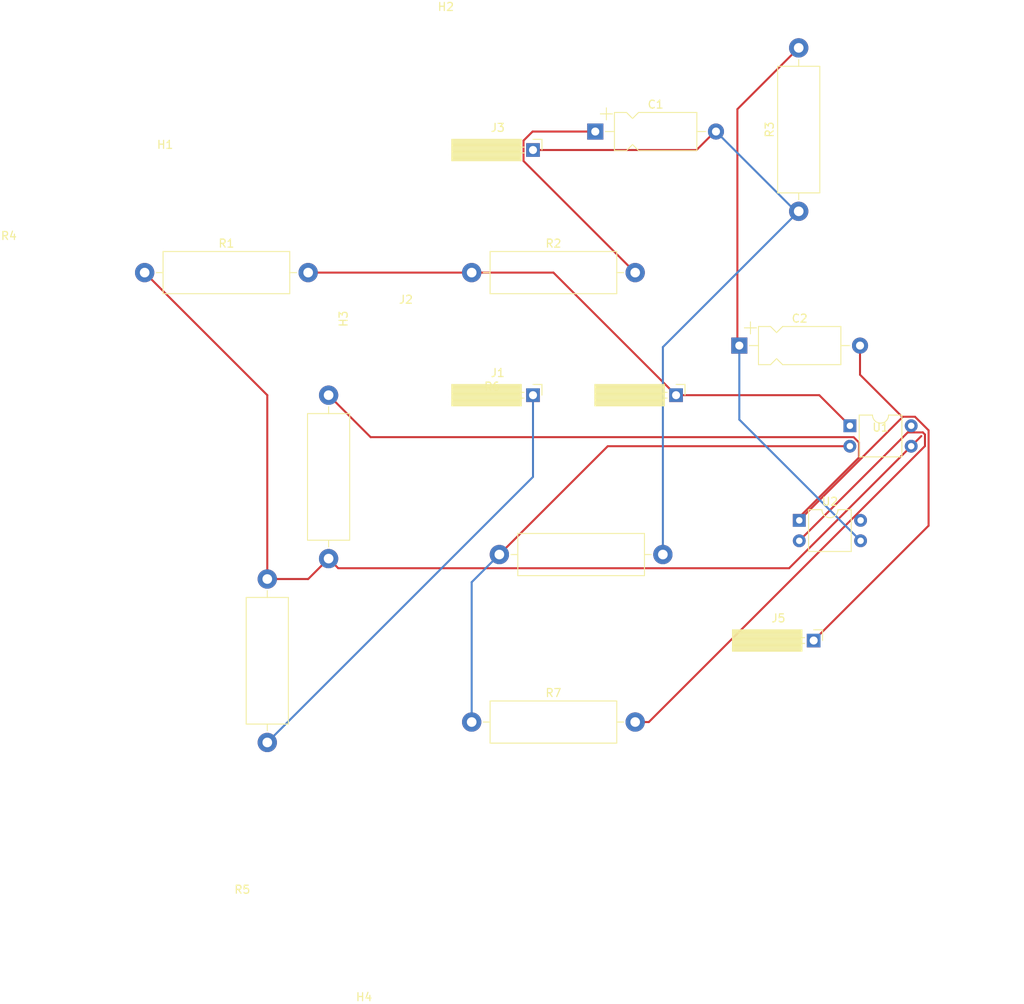
<source format=kicad_pcb>
(kicad_pcb (version 20221018) (generator pcbnew)
  (layers (0 "F.Cu" signal) (31 "B.Cu" signal) (34 "B.Paste" user) (35 "F.Paste" user) (36 "B.SilkS" user "B.Silkscreen") (37 "F.SilkS" user "F.Silkscreen") (38 "B.Mask" user) (39 "F.Mask" user) (44 "Edge.Cuts" user))
  (net 0 "")
  (net 1 "Net-(U1B-+)")
  (net 2 "Net-(J3-Pin_1)")
  (net 3 "Net-(U2A-+)")
  (net 4 "Net-(J5-Pin_1)")
  (net 5 "Net-(J1-Pin_1)")
  (net 6 "Net-(J2-Pin_1)")
  (net 7 "Net-(U1A-+)")
  (net 8 "Net-(U1A--)")
  (net 9 "GND")
  (footprint "MountingHole:MountingHole_2.1mm" (layer "F.Cu") (at 48.26 104.14)
    (fp_text reference "H3" (at 32.325 -45.05 90) (layer "F.SilkS"))
    (fp_text value "MountingHole")
    (pad "" np_thru_hole circle (at 0 0) (size 2.1 2.1) (drill 2.1) (layers "*.Cu" "*.Mask"))
  )
  (footprint "MountingHole:MountingHole_2.1mm" (layer "F.Cu") (at 58.42 40.64)
    (fp_text reference "H1" (at 0 -3.2) (layer "F.SilkS"))
    (fp_text value "MountingHole")
    (pad "" np_thru_hole circle (at 0 0) (size 2.1 2.1) (drill 2.1) (layers "*.Cu" "*.Mask"))
  )
  (footprint "MountingHole:MountingHole_2.1mm" (layer "F.Cu") (at 160.02 109.22)
    (fp_text reference "H4" (at -76.87 34.195) (layer "F.SilkS"))
    (fp_text value "MountingHole")
    (pad "" np_thru_hole circle (at 0 0) (size 2.1 2.1) (drill 2.1) (layers "*.Cu" "*.Mask"))
  )
  (footprint "Resistor_THT:R_Axial_DIN0516_L15.5mm_D5.0mm_P20.32mm_Horizontal" (layer "F.Cu") (at 78.74 88.9 90)
    (fp_text reference "R4" (at 40.13 -39.735) (layer "F.SilkS"))
    (fp_text value "R")
    (fp_line (start 1.44 0) (end 2.29 0) (stroke (width 0.12)) (layer "F.SilkS"))
    (fp_line (start 2.29 -2.62) (end 2.29 2.62) (stroke (width 0.12)) (layer "F.SilkS"))
    (fp_line (start 2.29 2.62) (end 18.03 2.62) (stroke (width 0.12)) (layer "F.SilkS"))
    (fp_line (start 18.03 -2.62) (end 2.29 -2.62) (stroke (width 0.12)) (layer "F.SilkS"))
    (fp_line (start 18.03 2.62) (end 18.03 -2.62) (stroke (width 0.12)) (layer "F.SilkS"))
    (fp_line (start 18.88 0) (end 18.03 0) (stroke (width 0.12)) (layer "F.SilkS"))
    (pad "1" thru_hole circle (at 0 0 90) (size 2.4 2.4) (drill 1.2) (layers "*.Cu" "*.Mask") (net 7 "Net-(U1A-+)"))
    (pad "2" thru_hole oval (at 20.32 0 90) (size 2.4 2.4) (drill 1.2) (layers "*.Cu" "*.Mask") (net 4 "Net-(J5-Pin_1)"))
  )
  (footprint "Resistor_THT:R_Axial_DIN0516_L15.5mm_D5.0mm_P20.32mm_Horizontal" (layer "F.Cu") (at 55.88 53.34)
    (fp_text reference "R1" (at 10.16 -3.62) (layer "F.SilkS"))
    (fp_text value "R")
    (fp_line (start 1.44 0) (end 2.29 0) (stroke (width 0.12)) (layer "F.SilkS"))
    (fp_line (start 2.29 -2.62) (end 2.29 2.62) (stroke (width 0.12)) (layer "F.SilkS"))
    (fp_line (start 2.29 2.62) (end 18.03 2.62) (stroke (width 0.12)) (layer "F.SilkS"))
    (fp_line (start 18.03 -2.62) (end 2.29 -2.62) (stroke (width 0.12)) (layer "F.SilkS"))
    (fp_line (start 18.03 2.62) (end 18.03 -2.62) (stroke (width 0.12)) (layer "F.SilkS"))
    (fp_line (start 18.88 0) (end 18.03 0) (stroke (width 0.12)) (layer "F.SilkS"))
    (pad "1" thru_hole circle (at 0 0) (size 2.4 2.4) (drill 1.2) (layers "*.Cu" "*.Mask") (net 7 "Net-(U1A-+)"))
    (pad "2" thru_hole oval (at 20.32 0) (size 2.4 2.4) (drill 1.2) (layers "*.Cu" "*.Mask") (net 6 "Net-(J2-Pin_1)"))
  )
  (footprint "Resistor_THT:R_Axial_DIN0516_L15.5mm_D5.0mm_P20.32mm_Horizontal" (layer "F.Cu") (at 99.96 88.395)
    (fp_text reference "R6" (at -0.9 -20.895) (layer "F.SilkS"))
    (fp_text value "R")
    (fp_line (start 1.44 0) (end 2.29 0) (stroke (width 0.12)) (layer "F.SilkS"))
    (fp_line (start 2.29 -2.62) (end 2.29 2.62) (stroke (width 0.12)) (layer "F.SilkS"))
    (fp_line (start 2.29 2.62) (end 18.03 2.62) (stroke (width 0.12)) (layer "F.SilkS"))
    (fp_line (start 18.03 -2.62) (end 2.29 -2.62) (stroke (width 0.12)) (layer "F.SilkS"))
    (fp_line (start 18.03 2.62) (end 18.03 -2.62) (stroke (width 0.12)) (layer "F.SilkS"))
    (fp_line (start 18.88 0) (end 18.03 0) (stroke (width 0.12)) (layer "F.SilkS"))
    (pad "1" thru_hole circle (at 0 0) (size 2.4 2.4) (drill 1.2) (layers "*.Cu" "*.Mask") (net 8 "Net-(U1A--)"))
    (pad "2" thru_hole oval (at 20.32 0) (size 2.4 2.4) (drill 1.2) (layers "*.Cu" "*.Mask") (net 2 "Net-(J3-Pin_1)"))
  )
  (footprint "Package_DIP:DIP-4_W7.62mm" (layer "F.Cu") (at 137.23 84.145)
    (fp_text reference "U2" (at 3.81 -2.33) (layer "F.SilkS"))
    (fp_text value "LM2904")
    (fp_line (start 1.16 -1.33) (end 1.16 3.87) (stroke (width 0.12)) (layer "F.SilkS"))
    (fp_line (start 1.16 3.87) (end 6.46 3.87) (stroke (width 0.12)) (layer "F.SilkS"))
    (fp_line (start 2.81 -1.33) (end 1.16 -1.33) (stroke (width 0.12)) (layer "F.SilkS"))
    (fp_line (start 6.46 -1.33) (end 4.81 -1.33) (stroke (width 0.12)) (layer "F.SilkS"))
    (fp_line (start 6.46 3.87) (end 6.46 -1.33) (stroke (width 0.12)) (layer "F.SilkS"))
    (fp_arc (start 4.81 -1.33) (mid 3.81 -0.33) (end 2.81 -1.33) (stroke (width 0.12)) (layer "F.SilkS"))
    (pad "1" thru_hole rect (at 0 0) (size 1.6 1.6) (drill 0.8) (layers "*.Cu" "*.Mask") (net 4 "Net-(J5-Pin_1)"))
    (pad "2" thru_hole oval (at 0 2.54) (size 1.6 1.6) (drill 0.8) (layers "*.Cu" "*.Mask") (net 9 "GND"))
    (pad "3" thru_hole oval (at 7.62 2.54) (size 1.6 1.6) (drill 0.8) (layers "*.Cu" "*.Mask") (net 3 "Net-(U2A-+)"))
    (pad "4" thru_hole oval (at 7.62 0) (size 1.6 1.6) (drill 0.8) (layers "*.Cu" "*.Mask") (net 9 "GND"))
  )
  (footprint "Connector_PinSocket_2.54mm:PinSocket_1x01_P2.54mm_Horizontal" (layer "F.Cu") (at 104.14 38.1)
    (fp_text reference "J3" (at -4.38 -2.77) (layer "F.SilkS"))
    (fp_text value "Conn_01x01_Socket")
    (fp_line (start -10.09 -1.33) (end -10.09 1.33) (stroke (width 0.12)) (layer "F.SilkS"))
    (fp_line (start -10.09 -1.33) (end -1.46 -1.33) (stroke (width 0.12)) (layer "F.SilkS"))
    (fp_line (start -10.09 -1.21) (end -1.46 -1.21) (stroke (width 0.12)) (layer "F.SilkS"))
    (fp_line (start -10.09 -1.094545) (end -1.46 -1.094545) (stroke (width 0.12)) (layer "F.SilkS"))
    (fp_line (start -10.09 -0.97909) (end -1.46 -0.97909) (stroke (width 0.12)) (layer "F.SilkS"))
    (fp_line (start -10.09 -0.863635) (end -1.46 -0.863635) (stroke (width 0.12)) (layer "F.SilkS"))
    (fp_line (start -10.09 -0.74818) (end -1.46 -0.74818) (stroke (width 0.12)) (layer "F.SilkS"))
    (fp_line (start -10.09 -0.632725) (end -1.46 -0.632725) (stroke (width 0.12)) (layer "F.SilkS"))
    (fp_line (start -10.09 -0.51727) (end -1.46 -0.51727) (stroke (width 0.12)) (layer "F.SilkS"))
    (fp_line (start -10.09 -0.401815) (end -1.46 -0.401815) (stroke (width 0.12)) (layer "F.SilkS"))
    (fp_line (start -10.09 -0.28636) (end -1.46 -0.28636) (stroke (width 0.12)) (layer "F.SilkS"))
    (fp_line (start -10.09 -0.170905) (end -1.46 -0.170905) (stroke (width 0.12)) (layer "F.SilkS"))
    (fp_line (start -10.09 -0.05545) (end -1.46 -0.05545) (stroke (width 0.12)) (layer "F.SilkS"))
    (fp_line (start -10.09 0.060005) (end -1.46 0.060005) (stroke (width 0.12)) (layer "F.SilkS"))
    (fp_line (start -10.09 0.17546) (end -1.46 0.17546) (stroke (width 0.12)) (layer "F.SilkS"))
    (fp_line (start -10.09 0.290915) (end -1.46 0.290915) (stroke (width 0.12)) (layer "F.SilkS"))
    (fp_line (start -10.09 0.40637) (end -1.46 0.40637) (stroke (width 0.12)) (layer "F.SilkS"))
    (fp_line (start -10.09 0.521825) (end -1.46 0.521825) (stroke (width 0.12)) (layer "F.SilkS"))
    (fp_line (start -10.09 0.63728) (end -1.46 0.63728) (stroke (width 0.12)) (layer "F.SilkS"))
    (fp_line (start -10.09 0.752735) (end -1.46 0.752735) (stroke (width 0.12)) (layer "F.SilkS"))
    (fp_line (start -10.09 0.86819) (end -1.46 0.86819) (stroke (width 0.12)) (layer "F.SilkS"))
    (fp_line (start -10.09 0.983645) (end -1.46 0.983645) (stroke (width 0.12)) (layer "F.SilkS"))
    (fp_line (start -10.09 1.0991) (end -1.46 1.0991) (stroke (width 0.12)) (layer "F.SilkS"))
    (fp_line (start -10.09 1.214555) (end -1.46 1.214555) (stroke (width 0.12)) (layer "F.SilkS"))
    (fp_line (start -10.09 1.33) (end -1.46 1.33) (stroke (width 0.12)) (layer "F.SilkS"))
    (fp_line (start -1.46 -1.33) (end -1.46 1.33) (stroke (width 0.12)) (layer "F.SilkS"))
    (fp_line (start -1.46 -0.36) (end -1.11 -0.36) (stroke (width 0.12)) (layer "F.SilkS"))
    (fp_line (start -1.46 0.36) (end -1.11 0.36) (stroke (width 0.12)) (layer "F.SilkS"))
    (fp_line (start 0 -1.33) (end 1.11 -1.33) (stroke (width 0.12)) (layer "F.SilkS"))
    (fp_line (start 1.11 -1.33) (end 1.11 0) (stroke (width 0.12)) (layer "F.SilkS"))
    (pad "1" thru_hole rect (at 0 0) (size 1.7 1.7) (drill 1) (layers "*.Cu" "*.Mask") (net 2 "Net-(J3-Pin_1)"))
  )
  (footprint "Connector_PinSocket_2.54mm:PinSocket_1x01_P2.54mm_Horizontal" (layer "F.Cu") (at 121.92 68.58)
    (fp_text reference "J2" (at -33.57 -11.885) (layer "F.SilkS"))
    (fp_text value "Conn_01x01_Socket")
    (fp_line (start -10.09 -1.33) (end -10.09 1.33) (stroke (width 0.12)) (layer "F.SilkS"))
    (fp_line (start -10.09 -1.33) (end -1.46 -1.33) (stroke (width 0.12)) (layer "F.SilkS"))
    (fp_line (start -10.09 -1.21) (end -1.46 -1.21) (stroke (width 0.12)) (layer "F.SilkS"))
    (fp_line (start -10.09 -1.094545) (end -1.46 -1.094545) (stroke (width 0.12)) (layer "F.SilkS"))
    (fp_line (start -10.09 -0.97909) (end -1.46 -0.97909) (stroke (width 0.12)) (layer "F.SilkS"))
    (fp_line (start -10.09 -0.863635) (end -1.46 -0.863635) (stroke (width 0.12)) (layer "F.SilkS"))
    (fp_line (start -10.09 -0.74818) (end -1.46 -0.74818) (stroke (width 0.12)) (layer "F.SilkS"))
    (fp_line (start -10.09 -0.632725) (end -1.46 -0.632725) (stroke (width 0.12)) (layer "F.SilkS"))
    (fp_line (start -10.09 -0.51727) (end -1.46 -0.51727) (stroke (width 0.12)) (layer "F.SilkS"))
    (fp_line (start -10.09 -0.401815) (end -1.46 -0.401815) (stroke (width 0.12)) (layer "F.SilkS"))
    (fp_line (start -10.09 -0.28636) (end -1.46 -0.28636) (stroke (width 0.12)) (layer "F.SilkS"))
    (fp_line (start -10.09 -0.170905) (end -1.46 -0.170905) (stroke (width 0.12)) (layer "F.SilkS"))
    (fp_line (start -10.09 -0.05545) (end -1.46 -0.05545) (stroke (width 0.12)) (layer "F.SilkS"))
    (fp_line (start -10.09 0.060005) (end -1.46 0.060005) (stroke (width 0.12)) (layer "F.SilkS"))
    (fp_line (start -10.09 0.17546) (end -1.46 0.17546) (stroke (width 0.12)) (layer "F.SilkS"))
    (fp_line (start -10.09 0.290915) (end -1.46 0.290915) (stroke (width 0.12)) (layer "F.SilkS"))
    (fp_line (start -10.09 0.40637) (end -1.46 0.40637) (stroke (width 0.12)) (layer "F.SilkS"))
    (fp_line (start -10.09 0.521825) (end -1.46 0.521825) (stroke (width 0.12)) (layer "F.SilkS"))
    (fp_line (start -10.09 0.63728) (end -1.46 0.63728) (stroke (width 0.12)) (layer "F.SilkS"))
    (fp_line (start -10.09 0.752735) (end -1.46 0.752735) (stroke (width 0.12)) (layer "F.SilkS"))
    (fp_line (start -10.09 0.86819) (end -1.46 0.86819) (stroke (width 0.12)) (layer "F.SilkS"))
    (fp_line (start -10.09 0.983645) (end -1.46 0.983645) (stroke (width 0.12)) (layer "F.SilkS"))
    (fp_line (start -10.09 1.0991) (end -1.46 1.0991) (stroke (width 0.12)) (layer "F.SilkS"))
    (fp_line (start -10.09 1.214555) (end -1.46 1.214555) (stroke (width 0.12)) (layer "F.SilkS"))
    (fp_line (start -10.09 1.33) (end -1.46 1.33) (stroke (width 0.12)) (layer "F.SilkS"))
    (fp_line (start -1.46 -1.33) (end -1.46 1.33) (stroke (width 0.12)) (layer "F.SilkS"))
    (fp_line (start -1.46 -0.36) (end -1.11 -0.36) (stroke (width 0.12)) (layer "F.SilkS"))
    (fp_line (start -1.46 0.36) (end -1.11 0.36) (stroke (width 0.12)) (layer "F.SilkS"))
    (fp_line (start 0 -1.33) (end 1.11 -1.33) (stroke (width 0.12)) (layer "F.SilkS"))
    (fp_line (start 1.11 -1.33) (end 1.11 0) (stroke (width 0.12)) (layer "F.SilkS"))
    (pad "1" thru_hole rect (at 0 0) (size 1.7 1.7) (drill 1) (layers "*.Cu" "*.Mask") (net 6 "Net-(J2-Pin_1)"))
  )
  (footprint "Resistor_THT:R_Axial_DIN0516_L15.5mm_D5.0mm_P20.32mm_Horizontal" (layer "F.Cu") (at 71.12 111.76 90)
    (fp_text reference "R5" (at -18.29 -3.105) (layer "F.SilkS"))
    (fp_text value "R")
    (fp_line (start 1.44 0) (end 2.29 0) (stroke (width 0.12)) (layer "F.SilkS"))
    (fp_line (start 2.29 -2.62) (end 2.29 2.62) (stroke (width 0.12)) (layer "F.SilkS"))
    (fp_line (start 2.29 2.62) (end 18.03 2.62) (stroke (width 0.12)) (layer "F.SilkS"))
    (fp_line (start 18.03 -2.62) (end 2.29 -2.62) (stroke (width 0.12)) (layer "F.SilkS"))
    (fp_line (start 18.03 2.62) (end 18.03 -2.62) (stroke (width 0.12)) (layer "F.SilkS"))
    (fp_line (start 18.88 0) (end 18.03 0) (stroke (width 0.12)) (layer "F.SilkS"))
    (pad "1" thru_hole circle (at 0 0 90) (size 2.4 2.4) (drill 1.2) (layers "*.Cu" "*.Mask") (net 5 "Net-(J1-Pin_1)"))
    (pad "2" thru_hole oval (at 20.32 0 90) (size 2.4 2.4) (drill 1.2) (layers "*.Cu" "*.Mask") (net 7 "Net-(U1A-+)"))
  )
  (footprint "Capacitor_THT:CP_Axial_L10.0mm_D4.5mm_P15.00mm_Horizontal" (layer "F.Cu") (at 129.78 62.415)
    (fp_text reference "C2" (at 7.5 -3.37) (layer "F.SilkS"))
    (fp_text value "C")
    (fp_line (start 0.63 -2.2) (end 2.13 -2.2) (stroke (width 0.12)) (layer "F.SilkS"))
    (fp_line (start 1.24 0) (end 2.38 0) (stroke (width 0.12)) (layer "F.SilkS"))
    (fp_line (start 1.38 -2.95) (end 1.38 -1.45) (stroke (width 0.12)) (layer "F.SilkS"))
    (fp_line (start 2.38 -2.37) (end 2.38 2.37) (stroke (width 0.12)) (layer "F.SilkS"))
    (fp_line (start 2.38 -2.37) (end 3.88 -2.37) (stroke (width 0.12)) (layer "F.SilkS"))
    (fp_line (start 2.38 2.37) (end 3.88 2.37) (stroke (width 0.12)) (layer "F.SilkS"))
    (fp_line (start 3.88 -2.37) (end 4.63 -1.62) (stroke (width 0.12)) (layer "F.SilkS"))
    (fp_line (start 3.88 2.37) (end 4.63 1.62) (stroke (width 0.12)) (layer "F.SilkS"))
    (fp_line (start 4.63 -1.62) (end 5.38 -2.37) (stroke (width 0.12)) (layer "F.SilkS"))
    (fp_line (start 4.63 1.62) (end 5.38 2.37) (stroke (width 0.12)) (layer "F.SilkS"))
    (fp_line (start 5.38 -2.37) (end 12.62 -2.37) (stroke (width 0.12)) (layer "F.SilkS"))
    (fp_line (start 5.38 2.37) (end 12.62 2.37) (stroke (width 0.12)) (layer "F.SilkS"))
    (fp_line (start 12.62 -2.37) (end 12.62 2.37) (stroke (width 0.12)) (layer "F.SilkS"))
    (fp_line (start 13.76 0) (end 12.62 0) (stroke (width 0.12)) (layer "F.SilkS"))
    (pad "1" thru_hole rect (at 0 0) (size 2 2) (drill 1) (layers "*.Cu" "*.Mask") (net 3 "Net-(U2A-+)"))
    (pad "2" thru_hole oval (at 15 0) (size 2 2) (drill 1) (layers "*.Cu" "*.Mask") (net 4 "Net-(J5-Pin_1)"))
  )
  (footprint "Connector_PinSocket_2.54mm:PinSocket_1x01_P2.54mm_Horizontal" (layer "F.Cu") (at 104.14 68.58)
    (fp_text reference "J1" (at -4.38 -2.77) (layer "F.SilkS"))
    (fp_text value "Conn_01x01_Socket")
    (fp_line (start -10.09 -1.33) (end -10.09 1.33) (stroke (width 0.12)) (layer "F.SilkS"))
    (fp_line (start -10.09 -1.33) (end -1.46 -1.33) (stroke (width 0.12)) (layer "F.SilkS"))
    (fp_line (start -10.09 -1.21) (end -1.46 -1.21) (stroke (width 0.12)) (layer "F.SilkS"))
    (fp_line (start -10.09 -1.094545) (end -1.46 -1.094545) (stroke (width 0.12)) (layer "F.SilkS"))
    (fp_line (start -10.09 -0.97909) (end -1.46 -0.97909) (stroke (width 0.12)) (layer "F.SilkS"))
    (fp_line (start -10.09 -0.863635) (end -1.46 -0.863635) (stroke (width 0.12)) (layer "F.SilkS"))
    (fp_line (start -10.09 -0.74818) (end -1.46 -0.74818) (stroke (width 0.12)) (layer "F.SilkS"))
    (fp_line (start -10.09 -0.632725) (end -1.46 -0.632725) (stroke (width 0.12)) (layer "F.SilkS"))
    (fp_line (start -10.09 -0.51727) (end -1.46 -0.51727) (stroke (width 0.12)) (layer "F.SilkS"))
    (fp_line (start -10.09 -0.401815) (end -1.46 -0.401815) (stroke (width 0.12)) (layer "F.SilkS"))
    (fp_line (start -10.09 -0.28636) (end -1.46 -0.28636) (stroke (width 0.12)) (layer "F.SilkS"))
    (fp_line (start -10.09 -0.170905) (end -1.46 -0.170905) (stroke (width 0.12)) (layer "F.SilkS"))
    (fp_line (start -10.09 -0.05545) (end -1.46 -0.05545) (stroke (width 0.12)) (layer "F.SilkS"))
    (fp_line (start -10.09 0.060005) (end -1.46 0.060005) (stroke (width 0.12)) (layer "F.SilkS"))
    (fp_line (start -10.09 0.17546) (end -1.46 0.17546) (stroke (width 0.12)) (layer "F.SilkS"))
    (fp_line (start -10.09 0.290915) (end -1.46 0.290915) (stroke (width 0.12)) (layer "F.SilkS"))
    (fp_line (start -10.09 0.40637) (end -1.46 0.40637) (stroke (width 0.12)) (layer "F.SilkS"))
    (fp_line (start -10.09 0.521825) (end -1.46 0.521825) (stroke (width 0.12)) (layer "F.SilkS"))
    (fp_line (start -10.09 0.63728) (end -1.46 0.63728) (stroke (width 0.12)) (layer "F.SilkS"))
    (fp_line (start -10.09 0.752735) (end -1.46 0.752735) (stroke (width 0.12)) (layer "F.SilkS"))
    (fp_line (start -10.09 0.86819) (end -1.46 0.86819) (stroke (width 0.12)) (layer "F.SilkS"))
    (fp_line (start -10.09 0.983645) (end -1.46 0.983645) (stroke (width 0.12)) (layer "F.SilkS"))
    (fp_line (start -10.09 1.0991) (end -1.46 1.0991) (stroke (width 0.12)) (layer "F.SilkS"))
    (fp_line (start -10.09 1.214555) (end -1.46 1.214555) (stroke (width 0.12)) (layer "F.SilkS"))
    (fp_line (start -10.09 1.33) (end -1.46 1.33) (stroke (width 0.12)) (layer "F.SilkS"))
    (fp_line (start -1.46 -1.33) (end -1.46 1.33) (stroke (width 0.12)) (layer "F.SilkS"))
    (fp_line (start -1.46 -0.36) (end -1.11 -0.36) (stroke (width 0.12)) (layer "F.SilkS"))
    (fp_line (start -1.46 0.36) (end -1.11 0.36) (stroke (width 0.12)) (layer "F.SilkS"))
    (fp_line (start 0 -1.33) (end 1.11 -1.33) (stroke (width 0.12)) (layer "F.SilkS"))
    (fp_line (start 1.11 -1.33) (end 1.11 0) (stroke (width 0.12)) (layer "F.SilkS"))
    (pad "1" thru_hole rect (at 0 0) (size 1.7 1.7) (drill 1) (layers "*.Cu" "*.Mask") (net 5 "Net-(J1-Pin_1)"))
  )
  (footprint "Resistor_THT:R_Axial_DIN0516_L15.5mm_D5.0mm_P20.32mm_Horizontal" (layer "F.Cu") (at 96.52 53.34)
    (fp_text reference "R2" (at 10.16 -3.62) (layer "F.SilkS"))
    (fp_text value "R")
    (fp_line (start 1.44 0) (end 2.29 0) (stroke (width 0.12)) (layer "F.SilkS"))
    (fp_line (start 2.29 -2.62) (end 2.29 2.62) (stroke (width 0.12)) (layer "F.SilkS"))
    (fp_line (start 2.29 2.62) (end 18.03 2.62) (stroke (width 0.12)) (layer "F.SilkS"))
    (fp_line (start 18.03 -2.62) (end 2.29 -2.62) (stroke (width 0.12)) (layer "F.SilkS"))
    (fp_line (start 18.03 2.62) (end 18.03 -2.62) (stroke (width 0.12)) (layer "F.SilkS"))
    (fp_line (start 18.88 0) (end 18.03 0) (stroke (width 0.12)) (layer "F.SilkS"))
    (pad "1" thru_hole circle (at 0 0) (size 2.4 2.4) (drill 1.2) (layers "*.Cu" "*.Mask") (net 6 "Net-(J2-Pin_1)"))
    (pad "2" thru_hole oval (at 20.32 0) (size 2.4 2.4) (drill 1.2) (layers "*.Cu" "*.Mask") (net 1 "Net-(U1B-+)"))
  )
  (footprint "Capacitor_THT:CP_Axial_L10.0mm_D4.5mm_P15.00mm_Horizontal" (layer "F.Cu") (at 111.88 35.8025)
    (fp_text reference "C1" (at 7.5 -3.37) (layer "F.SilkS"))
    (fp_text value "C")
    (fp_line (start 0.63 -2.2) (end 2.13 -2.2) (stroke (width 0.12)) (layer "F.SilkS"))
    (fp_line (start 1.24 0) (end 2.38 0) (stroke (width 0.12)) (layer "F.SilkS"))
    (fp_line (start 1.38 -2.95) (end 1.38 -1.45) (stroke (width 0.12)) (layer "F.SilkS"))
    (fp_line (start 2.38 -2.37) (end 2.38 2.37) (stroke (width 0.12)) (layer "F.SilkS"))
    (fp_line (start 2.38 -2.37) (end 3.88 -2.37) (stroke (width 0.12)) (layer "F.SilkS"))
    (fp_line (start 2.38 2.37) (end 3.88 2.37) (stroke (width 0.12)) (layer "F.SilkS"))
    (fp_line (start 3.88 -2.37) (end 4.63 -1.62) (stroke (width 0.12)) (layer "F.SilkS"))
    (fp_line (start 3.88 2.37) (end 4.63 1.62) (stroke (width 0.12)) (layer "F.SilkS"))
    (fp_line (start 4.63 -1.62) (end 5.38 -2.37) (stroke (width 0.12)) (layer "F.SilkS"))
    (fp_line (start 4.63 1.62) (end 5.38 2.37) (stroke (width 0.12)) (layer "F.SilkS"))
    (fp_line (start 5.38 -2.37) (end 12.62 -2.37) (stroke (width 0.12)) (layer "F.SilkS"))
    (fp_line (start 5.38 2.37) (end 12.62 2.37) (stroke (width 0.12)) (layer "F.SilkS"))
    (fp_line (start 12.62 -2.37) (end 12.62 2.37) (stroke (width 0.12)) (layer "F.SilkS"))
    (fp_line (start 13.76 0) (end 12.62 0) (stroke (width 0.12)) (layer "F.SilkS"))
    (pad "1" thru_hole rect (at 0 0) (size 2 2) (drill 1) (layers "*.Cu" "*.Mask") (net 1 "Net-(U1B-+)"))
    (pad "2" thru_hole oval (at 15 0) (size 2 2) (drill 1) (layers "*.Cu" "*.Mask") (net 2 "Net-(J3-Pin_1)"))
  )
  (footprint "Connector_PinSocket_2.54mm:PinSocket_1x01_P2.54mm_Horizontal" (layer "F.Cu") (at 139.02 99.085)
    (fp_text reference "J5" (at -4.38 -2.77) (layer "F.SilkS"))
    (fp_text value "Conn_01x01_Socket")
    (fp_line (start -10.09 -1.33) (end -10.09 1.33) (stroke (width 0.12)) (layer "F.SilkS"))
    (fp_line (start -10.09 -1.33) (end -1.46 -1.33) (stroke (width 0.12)) (layer "F.SilkS"))
    (fp_line (start -10.09 -1.21) (end -1.46 -1.21) (stroke (width 0.12)) (layer "F.SilkS"))
    (fp_line (start -10.09 -1.094545) (end -1.46 -1.094545) (stroke (width 0.12)) (layer "F.SilkS"))
    (fp_line (start -10.09 -0.97909) (end -1.46 -0.97909) (stroke (width 0.12)) (layer "F.SilkS"))
    (fp_line (start -10.09 -0.863635) (end -1.46 -0.863635) (stroke (width 0.12)) (layer "F.SilkS"))
    (fp_line (start -10.09 -0.74818) (end -1.46 -0.74818) (stroke (width 0.12)) (layer "F.SilkS"))
    (fp_line (start -10.09 -0.632725) (end -1.46 -0.632725) (stroke (width 0.12)) (layer "F.SilkS"))
    (fp_line (start -10.09 -0.51727) (end -1.46 -0.51727) (stroke (width 0.12)) (layer "F.SilkS"))
    (fp_line (start -10.09 -0.401815) (end -1.46 -0.401815) (stroke (width 0.12)) (layer "F.SilkS"))
    (fp_line (start -10.09 -0.28636) (end -1.46 -0.28636) (stroke (width 0.12)) (layer "F.SilkS"))
    (fp_line (start -10.09 -0.170905) (end -1.46 -0.170905) (stroke (width 0.12)) (layer "F.SilkS"))
    (fp_line (start -10.09 -0.05545) (end -1.46 -0.05545) (stroke (width 0.12)) (layer "F.SilkS"))
    (fp_line (start -10.09 0.060005) (end -1.46 0.060005) (stroke (width 0.12)) (layer "F.SilkS"))
    (fp_line (start -10.09 0.17546) (end -1.46 0.17546) (stroke (width 0.12)) (layer "F.SilkS"))
    (fp_line (start -10.09 0.290915) (end -1.46 0.290915) (stroke (width 0.12)) (layer "F.SilkS"))
    (fp_line (start -10.09 0.40637) (end -1.46 0.40637) (stroke (width 0.12)) (layer "F.SilkS"))
    (fp_line (start -10.09 0.521825) (end -1.46 0.521825) (stroke (width 0.12)) (layer "F.SilkS"))
    (fp_line (start -10.09 0.63728) (end -1.46 0.63728) (stroke (width 0.12)) (layer "F.SilkS"))
    (fp_line (start -10.09 0.752735) (end -1.46 0.752735) (stroke (width 0.12)) (layer "F.SilkS"))
    (fp_line (start -10.09 0.86819) (end -1.46 0.86819) (stroke (width 0.12)) (layer "F.SilkS"))
    (fp_line (start -10.09 0.983645) (end -1.46 0.983645) (stroke (width 0.12)) (layer "F.SilkS"))
    (fp_line (start -10.09 1.0991) (end -1.46 1.0991) (stroke (width 0.12)) (layer "F.SilkS"))
    (fp_line (start -10.09 1.214555) (end -1.46 1.214555) (stroke (width 0.12)) (layer "F.SilkS"))
    (fp_line (start -10.09 1.33) (end -1.46 1.33) (stroke (width 0.12)) (layer "F.SilkS"))
    (fp_line (start -1.46 -1.33) (end -1.46 1.33) (stroke (width 0.12)) (layer "F.SilkS"))
    (fp_line (start -1.46 -0.36) (end -1.11 -0.36) (stroke (width 0.12)) (layer "F.SilkS"))
    (fp_line (start -1.46 0.36) (end -1.11 0.36) (stroke (width 0.12)) (layer "F.SilkS"))
    (fp_line (start 0 -1.33) (end 1.11 -1.33) (stroke (width 0.12)) (layer "F.SilkS"))
    (fp_line (start 1.11 -1.33) (end 1.11 0) (stroke (width 0.12)) (layer "F.SilkS"))
    (pad "1" thru_hole rect (at 0 0) (size 1.7 1.7) (drill 1) (layers "*.Cu" "*.Mask") (net 4 "Net-(J5-Pin_1)"))
  )
  (footprint "Resistor_THT:R_Axial_DIN0516_L15.5mm_D5.0mm_P20.32mm_Horizontal" (layer "F.Cu") (at 96.52 109.22)
    (fp_text reference "R7" (at 10.16 -3.62) (layer "F.SilkS"))
    (fp_text value "R")
    (fp_line (start 1.44 0) (end 2.29 0) (stroke (width 0.12)) (layer "F.SilkS"))
    (fp_line (start 2.29 -2.62) (end 2.29 2.62) (stroke (width 0.12)) (layer "F.SilkS"))
    (fp_line (start 2.29 2.62) (end 18.03 2.62) (stroke (width 0.12)) (layer "F.SilkS"))
    (fp_line (start 18.03 -2.62) (end 2.29 -2.62) (stroke (width 0.12)) (layer "F.SilkS"))
    (fp_line (start 18.03 2.62) (end 18.03 -2.62) (stroke (width 0.12)) (layer "F.SilkS"))
    (fp_line (start 18.88 0) (end 18.03 0) (stroke (width 0.12)) (layer "F.SilkS"))
    (pad "1" thru_hole circle (at 0 0) (size 2.4 2.4) (drill 1.2) (layers "*.Cu" "*.Mask") (net 8 "Net-(U1A--)"))
    (pad "2" thru_hole oval (at 20.32 0) (size 2.4 2.4) (drill 1.2) (layers "*.Cu" "*.Mask") (net 9 "GND"))
  )
  (footprint "Resistor_THT:R_Axial_DIN0516_L15.5mm_D5.0mm_P20.32mm_Horizontal" (layer "F.Cu") (at 137.16 45.72 90)
    (fp_text reference "R3" (at 10.16 -3.62 90) (layer "F.SilkS"))
    (fp_text value "R")
    (fp_line (start 1.44 0) (end 2.29 0) (stroke (width 0.12)) (layer "F.SilkS"))
    (fp_line (start 2.29 -2.62) (end 2.29 2.62) (stroke (width 0.12)) (layer "F.SilkS"))
    (fp_line (start 2.29 2.62) (end 18.03 2.62) (stroke (width 0.12)) (layer "F.SilkS"))
    (fp_line (start 18.03 -2.62) (end 2.29 -2.62) (stroke (width 0.12)) (layer "F.SilkS"))
    (fp_line (start 18.03 2.62) (end 18.03 -2.62) (stroke (width 0.12)) (layer "F.SilkS"))
    (fp_line (start 18.88 0) (end 18.03 0) (stroke (width 0.12)) (layer "F.SilkS"))
    (pad "1" thru_hole circle (at 0 0 90) (size 2.4 2.4) (drill 1.2) (layers "*.Cu" "*.Mask") (net 2 "Net-(J3-Pin_1)"))
    (pad "2" thru_hole oval (at 20.32 0 90) (size 2.4 2.4) (drill 1.2) (layers "*.Cu" "*.Mask") (net 3 "Net-(U2A-+)"))
  )
  (footprint "MountingHole:MountingHole_2.1mm" (layer "F.Cu") (at 160.02 38.1)
    (fp_text reference "H2" (at -66.71 -17.805) (layer "F.SilkS"))
    (fp_text value "MountingHole")
    (pad "" np_thru_hole circle (at 0 0) (size 2.1 2.1) (drill 2.1) (layers "*.Cu" "*.Mask"))
  )
  (footprint "Package_DIP:DIP-4_W7.62mm" (layer "F.Cu") (at 143.52 72.385)
    (fp_text reference "U1" (at 3.81 0.21) (layer "F.SilkS"))
    (fp_text value "LM2904")
    (fp_line (start 1.16 -1.33) (end 1.16 3.87) (stroke (width 0.12)) (layer "F.SilkS"))
    (fp_line (start 1.16 3.87) (end 6.46 3.87) (stroke (width 0.12)) (layer "F.SilkS"))
    (fp_line (start 2.81 -1.33) (end 1.16 -1.33) (stroke (width 0.12)) (layer "F.SilkS"))
    (fp_line (start 6.46 -1.33) (end 4.81 -1.33) (stroke (width 0.12)) (layer "F.SilkS"))
    (fp_line (start 6.46 3.87) (end 6.46 -1.33) (stroke (width 0.12)) (layer "F.SilkS"))
    (fp_arc (start 4.81 -1.33) (mid 3.81 -0.33) (end 2.81 -1.33) (stroke (width 0.12)) (layer "F.SilkS"))
    (pad "1" thru_hole rect (at 0 0) (size 1.6 1.6) (drill 0.8) (layers "*.Cu" "*.Mask") (net 6 "Net-(J2-Pin_1)"))
    (pad "2" thru_hole oval (at 0 2.54) (size 1.6 1.6) (drill 0.8) (layers "*.Cu" "*.Mask") (net 8 "Net-(U1A--)"))
    (pad "3" thru_hole oval (at 7.62 2.54) (size 1.6 1.6) (drill 0.8) (layers "*.Cu" "*.Mask") (net 7 "Net-(U1A-+)"))
    (pad "4" thru_hole oval (at 7.62 0) (size 1.6 1.6) (drill 0.8) (layers "*.Cu" "*.Mask") (net 9 "GND"))
  )
  (segment (start 116.84 53.34) (end 102.965 39.465) (width 0.25) (layer "F.Cu") (net 1))
  (segment (start 104.0875 35.8025) (end 111.88 35.8025) (width 0.25) (layer "F.Cu") (net 1))
  (segment (start 102.965 36.925) (end 104.0875 35.8025) (width 0.25) (layer "F.Cu") (net 1))
  (segment (start 102.965 39.465) (end 102.965 36.925) (width 0.25) (layer "F.Cu") (net 1))
  (segment (start 126.88 35.68) (end 126.88 35.8025) (width 0.25) (layer "F.Cu") (net 2))
  (segment (start 124.46 38.1) (end 126.88 35.68) (width 0.25) (layer "F.Cu") (net 2))
  (segment (start 104.14 38.1) (end 124.46 38.1) (width 0.25) (layer "F.Cu") (net 2))
  (segment (start 136.7975 45.72) (end 137.16 45.72) (width 0.25) (layer "B.Cu") (net 2))
  (segment (start 120.28 62.6) (end 137.16 45.72) (width 0.25) (layer "B.Cu") (net 2))
  (segment (start 120.28 88.395) (end 120.28 62.6) (width 0.25) (layer "B.Cu") (net 2))
  (segment (start 126.88 35.8025) (end 136.7975 45.72) (width 0.25) (layer "B.Cu") (net 2))
  (segment (start 129.54 33.02) (end 129.54 62.655) (width 0.25) (layer "F.Cu") (net 3))
  (segment (start 137.16 25.4) (end 129.54 33.02) (width 0.25) (layer "F.Cu") (net 3))
  (segment (start 129.54 62.655) (end 129.78 62.415) (width 0.25) (layer "F.Cu") (net 3))
  (segment (start 129.78 71.615) (end 144.85 86.685) (width 0.25) (layer "B.Cu") (net 3))
  (segment (start 129.78 62.415) (end 129.78 71.615) (width 0.25) (layer "B.Cu") (net 3))
  (segment (start 78.74 68.58) (end 83.96 73.8) (width 0.25) (layer "F.Cu") (net 4))
  (segment (start 150.115 71.26) (end 137.23 84.145) (width 0.25) (layer "F.Cu") (net 4))
  (segment (start 143.985991 73.8) (end 144.645 74.459009) (width 0.25) (layer "F.Cu") (net 4))
  (segment (start 153.3 84.805) (end 153.3 72.954009) (width 0.25) (layer "F.Cu") (net 4))
  (segment (start 137.16 84.075) (end 137.23 84.145) (width 0.25) (layer "F.Cu") (net 4))
  (segment (start 153.3 72.954009) (end 151.605991 71.26) (width 0.25) (layer "F.Cu") (net 4))
  (segment (start 144.645 76.335) (end 137.16 83.82) (width 0.25) (layer "F.Cu") (net 4))
  (segment (start 144.78 62.415) (end 144.78 66.04) (width 0.25) (layer "F.Cu") (net 4))
  (segment (start 151.605991 71.26) (end 150.115 71.26) (width 0.25) (layer "F.Cu") (net 4))
  (segment (start 139.02 99.085) (end 153.3 84.805) (width 0.25) (layer "F.Cu") (net 4))
  (segment (start 137.16 83.82) (end 137.16 84.075) (width 0.25) (layer "F.Cu") (net 4))
  (segment (start 144.645 74.459009) (end 144.645 76.335) (width 0.25) (layer "F.Cu") (net 4))
  (segment (start 83.96 73.8) (end 143.985991 73.8) (width 0.25) (layer "F.Cu") (net 4))
  (segment (start 144.78 66.04) (end 149.86 71.12) (width 0.25) (layer "F.Cu") (net 4))
  (segment (start 104.14 78.74) (end 104.14 68.58) (width 0.25) (layer "B.Cu") (net 5))
  (segment (start 71.12 111.76) (end 104.14 78.74) (width 0.25) (layer "B.Cu") (net 5))
  (segment (start 106.68 53.34) (end 121.92 68.58) (width 0.25) (layer "F.Cu") (net 6))
  (segment (start 76.2 53.34) (end 96.52 53.34) (width 0.25) (layer "F.Cu") (net 6))
  (segment (start 96.52 53.34) (end 106.68 53.34) (width 0.25) (layer "F.Cu") (net 6))
  (segment (start 139.715 68.58) (end 143.52 72.385) (width 0.25) (layer "F.Cu") (net 6))
  (segment (start 121.92 68.58) (end 139.715 68.58) (width 0.25) (layer "F.Cu") (net 6))
  (segment (start 71.12 91.44) (end 76.2 91.44) (width 0.25) (layer "F.Cu") (net 7))
  (segment (start 55.88 53.34) (end 71.12 68.58) (width 0.25) (layer "F.Cu") (net 7))
  (segment (start 79.94 90.1) (end 135.96 90.1) (width 0.25) (layer "F.Cu") (net 7))
  (segment (start 78.74 88.9) (end 79.94 90.1) (width 0.25) (layer "F.Cu") (net 7))
  (segment (start 135.96 90.1) (end 152.4 73.66) (width 0.25) (layer "F.Cu") (net 7))
  (segment (start 76.2 91.44) (end 78.74 88.9) (width 0.25) (layer "F.Cu") (net 7))
  (segment (start 71.12 68.58) (end 71.12 91.44) (width 0.25) (layer "F.Cu") (net 7))
  (segment (start 113.43 74.925) (end 143.52 74.925) (width 0.25) (layer "F.Cu") (net 8))
  (segment (start 99.96 88.395) (end 113.43 74.925) (width 0.25) (layer "F.Cu") (net 8))
  (segment (start 96.52 109.22) (end 96.52 91.835) (width 0.25) (layer "B.Cu") (net 8))
  (segment (start 96.52 91.835) (end 99.96 88.395) (width 0.25) (layer "B.Cu") (net 8))
  (segment (start 152.586396 73.21) (end 150.705 73.21) (width 0.25) (layer "F.Cu") (net 9))
  (segment (start 150.705 73.21) (end 137.23 86.685) (width 0.25) (layer "F.Cu") (net 9))
  (segment (start 116.84 109.22) (end 118.537056 109.22) (width 0.25) (layer "F.Cu") (net 9))
  (segment (start 152.85 74.907056) (end 152.85 73.473604) (width 0.25) (layer "F.Cu") (net 9))
  (segment (start 118.537056 109.22) (end 152.85 74.907056) (width 0.25) (layer "F.Cu") (net 9))
  (segment (start 152.85 73.473604) (end 152.586396 73.21) (width 0.25) (layer "F.Cu") (net 9))
)
</source>
